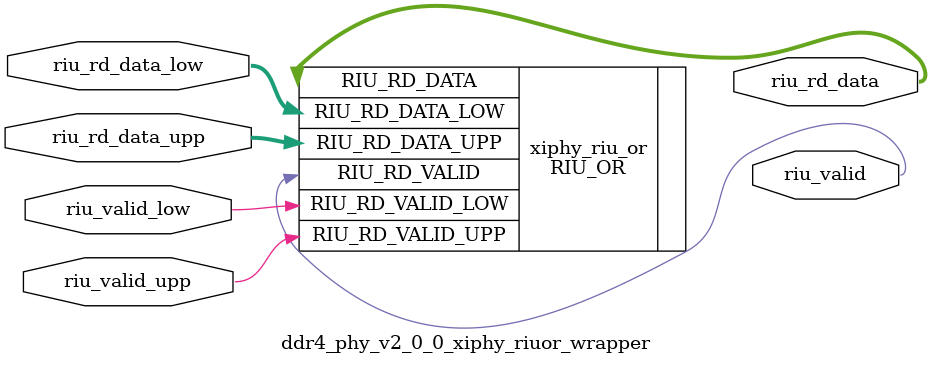
<source format=sv>

`timescale 1ps / 1ps

module ddr4_phy_v2_0_0_xiphy_riuor_wrapper # (
   parameter           SIM_DEVICE            = "ULTRASCALE"
) (
  input  [15:0]  riu_rd_data_low,    // Lower nibble RIU rd_data 
  input  [15:0]  riu_rd_data_upp,    // Upper nibble RIU rd_data 
  input          riu_valid_low,      // Lower nibble RIU riu2clb_valid 
  input          riu_valid_upp,      // Upper nibble RIU riu2clb_valid
  output [15:0]  riu_rd_data,        // ORed lower and upper RIU rd_data      
  output         riu_valid           // ORed lower and upper RIU write valid      
);

`ifdef ULTRASCALE_PHY_BLH
B_RIU_OR
`else
RIU_OR  # (
   .SIM_DEVICE   (SIM_DEVICE)
) 
`endif
  xiphy_riu_or
(
   .RIU_RD_DATA_LOW         (riu_rd_data_low),
   .RIU_RD_DATA_UPP         (riu_rd_data_upp),
   .RIU_RD_VALID_LOW        (riu_valid_low),
   .RIU_RD_VALID_UPP        (riu_valid_upp),
   .RIU_RD_DATA             (riu_rd_data),
   .RIU_RD_VALID            (riu_valid)
);

endmodule


</source>
